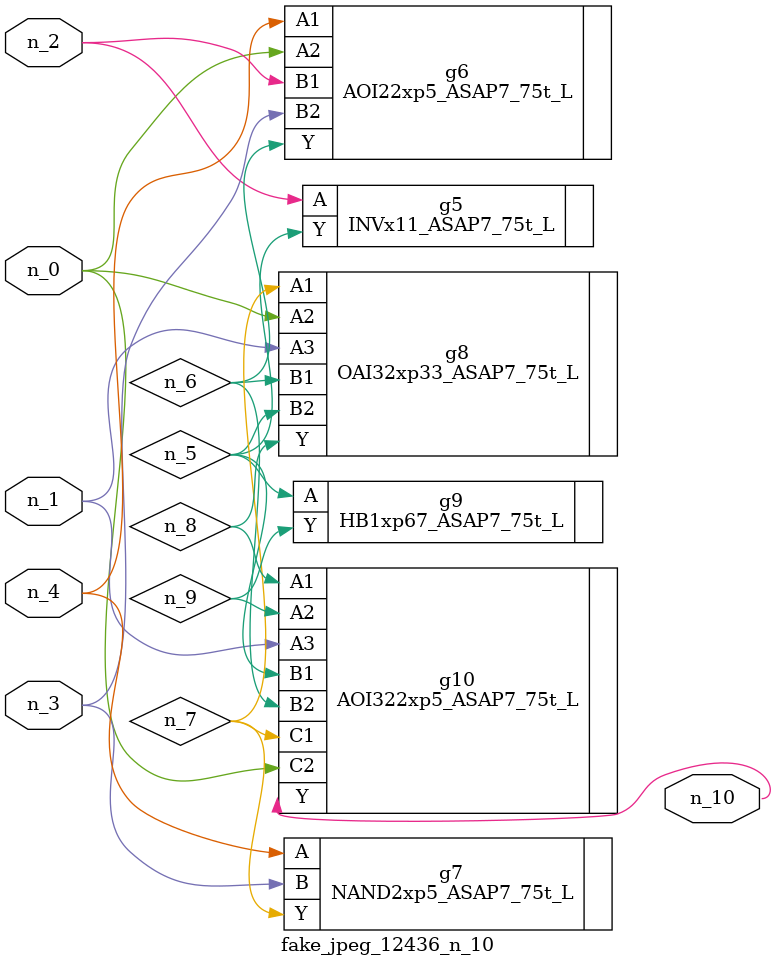
<source format=v>
module fake_jpeg_12436_n_10 (n_3, n_2, n_1, n_0, n_4, n_10);

input n_3;
input n_2;
input n_1;
input n_0;
input n_4;

output n_10;

wire n_8;
wire n_9;
wire n_6;
wire n_5;
wire n_7;

INVx11_ASAP7_75t_L g5 ( 
.A(n_2),
.Y(n_5)
);

AOI22xp5_ASAP7_75t_L g6 ( 
.A1(n_4),
.A2(n_0),
.B1(n_2),
.B2(n_3),
.Y(n_6)
);

NAND2xp5_ASAP7_75t_L g7 ( 
.A(n_4),
.B(n_3),
.Y(n_7)
);

OAI32xp33_ASAP7_75t_L g8 ( 
.A1(n_7),
.A2(n_0),
.A3(n_1),
.B1(n_6),
.B2(n_5),
.Y(n_8)
);

AOI322xp5_ASAP7_75t_L g10 ( 
.A1(n_8),
.A2(n_9),
.A3(n_1),
.B1(n_5),
.B2(n_6),
.C1(n_7),
.C2(n_0),
.Y(n_10)
);

HB1xp67_ASAP7_75t_L g9 ( 
.A(n_5),
.Y(n_9)
);


endmodule
</source>
